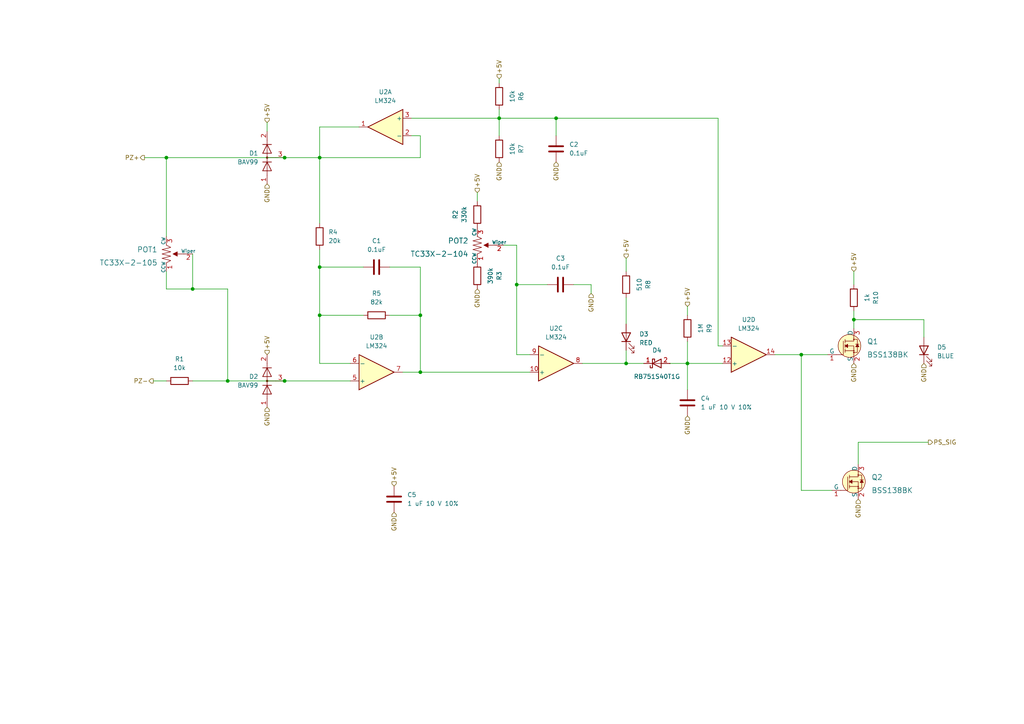
<source format=kicad_sch>
(kicad_sch (version 20211123) (generator eeschema)
  (paper "A4")
  (lib_symbols
    (symbol "Amplifier_Operational:LM324" (pin_names (offset 0.127))
      (property "Reference" "U" (at 0 5.08 0))
      (property "Value" "LM324" (at 0 -5.08 0))
      (symbol "LM324_1_1"
        (polyline (pts (xy -5.08 5.08) (xy 5.08 0) (xy -5.08 -5.08) (xy -5.08 5.08)) (stroke (width 0.254)) (fill (type background)))
        (pin output line (at 7.62 0 180) (length 2.54) (name "~") (number "1"))
        (pin input line (at -7.62 -2.54 0) (length 2.54) (name "-") (number "2"))
        (pin input line (at -7.62 2.54 0) (length 2.54) (name "+") (number "3"))
      )
      (symbol "LM324_2_1"
        (polyline (pts (xy -5.08 5.08) (xy 5.08 0) (xy -5.08 -5.08) (xy -5.08 5.08)) (stroke (width 0.254)) (fill (type background)))
        (pin input line (at -7.62 2.54 0) (length 2.54) (name "+") (number "5"))
        (pin input line (at -7.62 -2.54 0) (length 2.54) (name "-") (number "6"))
        (pin output line (at 7.62 0 180) (length 2.54) (name "~") (number "7"))
      )
      (symbol "LM324_3_1"
        (polyline (pts (xy -5.08 5.08) (xy 5.08 0) (xy -5.08 -5.08) (xy -5.08 5.08)) (stroke (width 0.254)) (fill (type background)))
        (pin input line (at -7.62 2.54 0) (length 2.54) (name "+") (number "10"))
        (pin output line (at 7.62 0 180) (length 2.54) (name "~") (number "8"))
        (pin input line (at -7.62 -2.54 0) (length 2.54) (name "-") (number "9"))
      )
      (symbol "LM324_4_1"
        (polyline (pts (xy -5.08 5.08) (xy 5.08 0) (xy -5.08 -5.08) (xy -5.08 5.08)) (stroke (width 0.254)) (fill (type background)))
        (pin input line (at -7.62 2.54 0) (length 2.54) (name "+") (number "12"))
        (pin input line (at -7.62 -2.54 0) (length 2.54) (name "-") (number "13"))
        (pin output line (at 7.62 0 180) (length 2.54) (name "~") (number "14"))
      )
      (symbol "LM324_5_1"
        (pin power_in line (at -2.54 -7.62 90) (length 3.81) (name "V-") (number "11"))
        (pin power_in line (at -2.54 7.62 270) (length 3.81) (name "V+") (number "4"))
      )
    )
    (symbol "Device:C" (pin_numbers hide) (pin_names (offset 0.254))
      (property "Reference" "C" (at 0.635 2.54 0))
      (property "Value" "C" (at 0.635 -2.54 0))
      (symbol "C_0_1"
        (polyline (pts (xy -2.032 -0.762) (xy 2.032 -0.762)) (stroke (width 0.508)))
        (polyline (pts (xy -2.032 0.762) (xy 2.032 0.762)) (stroke (width 0.508)))
      )
      (symbol "C_1_1"
        (pin passive line (at 0 3.81 270) (length 2.794) (name "~") (number "1"))
        (pin passive line (at 0 -3.81 90) (length 2.794) (name "~") (number "2"))
      )
    )
    (symbol "Device:LED" (pin_numbers hide) (pin_names (offset 1.016) hide)
      (property "Reference" "D" (at 0 2.54 0))
      (property "Value" "LED" (at 0 -2.54 0))
      (symbol "LED_0_1"
        (polyline (pts (xy -1.27 -1.27) (xy -1.27 1.27)) (stroke (width 0.254)))
        (polyline (pts (xy -1.27 0) (xy 1.27 0)))
        (polyline (pts (xy 1.27 -1.27) (xy 1.27 1.27) (xy -1.27 0) (xy 1.27 -1.27)) (stroke (width 0.254)))
        (polyline (pts (xy -3.048 -0.762) (xy -4.572 -2.286) (xy -3.81 -2.286) (xy -4.572 -2.286) (xy -4.572 -1.524)))
        (polyline (pts (xy -1.778 -0.762) (xy -3.302 -2.286) (xy -2.54 -2.286) (xy -3.302 -2.286) (xy -3.302 -1.524)))
      )
      (symbol "LED_1_1"
        (pin passive line (at -3.81 0 0) (length 2.54) (name "K") (number "1"))
        (pin passive line (at 3.81 0 180) (length 2.54) (name "A") (number "2"))
      )
    )
    (symbol "Device:R" (pin_numbers hide) (pin_names (offset 0))
      (property "Reference" "R" (at 2.032 0 90))
      (property "Value" "R" (at 0 0 90))
      (symbol "R_0_1"
        (rectangle (start -1.016 -2.54) (end 1.016 2.54) (stroke (width 0.254)))
      )
      (symbol "R_1_1"
        (pin passive line (at 0 3.81 270) (length 1.27) (name "~") (number "1"))
        (pin passive line (at 0 -3.81 90) (length 1.27) (name "~") (number "2"))
      )
    )
    (symbol "Diode:BAV99" (pin_names hide)
      (property "Reference" "D" (at 0 5.08 0))
      (property "Value" "BAV99" (at 0 2.54 0))
      (symbol "BAV99_0_1"
        (polyline (pts (xy -5.08 0) (xy 5.08 0)))
      )
      (symbol "BAV99_1_1"
        (polyline (pts (xy 0 0) (xy 0 -2.54)))
        (polyline (pts (xy -1.27 -1.27) (xy -1.27 1.27) (xy -1.27 1.27)) (stroke (width 0.2032)))
        (polyline (pts (xy 3.81 1.27) (xy 3.81 -1.27) (xy 3.81 -1.27)) (stroke (width 0.2032)))
        (polyline (pts (xy -3.81 1.27) (xy -1.27 0) (xy -3.81 -1.27) (xy -3.81 1.27) (xy -3.81 1.27) (xy -3.81 1.27)) (stroke (width 0.2032)))
        (polyline (pts (xy 1.27 1.27) (xy 3.81 0) (xy 1.27 -1.27) (xy 1.27 1.27) (xy 1.27 1.27) (xy 1.27 1.27)) (stroke (width 0.2032)))
        (circle (center 0 0) (radius 0.254) (fill (type outline)))
        (pin passive line (at -7.62 0 0) (length 2.54) (name "K") (number "1"))
        (pin passive line (at 7.62 0 180) (length 2.54) (name "A") (number "2"))
        (pin passive line (at 0 -5.08 90) (length 2.54) (name "K") (number "3"))
      )
    )
    (symbol "symbols:BSS138BK" (pin_names (offset 0))
      (property "Reference" "Q" (at -2.6924 3.6322 0))
      (property "Value" "BSS138BK" (at 3.4544 0 90))
      (symbol "BSS138BK_0_1"
        (circle (center -1.27 0) (radius 3.302) (fill (type background)))
        (circle (center 0 -1.905) (radius 0.127))
        (circle (center 0 -1.397) (radius 0.127))
        (polyline (pts (xy 0 -1.397) (xy -2.54 -1.397)))
        (polyline (pts (xy -5.08 -2.54) (xy -3.048 -2.54) (xy -3.048 1.397)))
        (polyline (pts (xy 0 -2.54) (xy 0 0) (xy -2.54 0)))
        (polyline (pts (xy 0 2.54) (xy 0 1.397) (xy -2.54 1.397)))
        (polyline (pts (xy -0.127 -1.905) (xy 1.016 -1.905) (xy 1.016 1.397) (xy 1.016 1.905) (xy -0.127 1.905)))
        (circle (center 0 1.905) (radius 0.127))
      )
      (symbol "BSS138BK_1_1"
        (polyline (pts (xy -2.54 -1.397) (xy -2.54 -1.905)))
        (polyline (pts (xy -2.54 -1.397) (xy -2.54 -0.889)))
        (polyline (pts (xy -2.54 0) (xy -2.54 -0.508)))
        (polyline (pts (xy -2.54 0) (xy -2.54 0.508)))
        (polyline (pts (xy -2.54 1.905) (xy -2.54 0.889)))
        (polyline (pts (xy 1.524 0.508) (xy 0.508 0.508)))
        (polyline (pts (xy -2.54 0) (xy -1.778 0.508) (xy -1.778 -0.508) (xy -2.54 0)) (fill (type outline)))
        (polyline (pts (xy 1.016 0.508) (xy 0.508 -0.254) (xy 1.524 -0.254) (xy 1.016 0.508)) (fill (type outline)))
        (pin input line (at -7.62 -2.54 0) (length 2.54) (name "G") (number "1"))
        (pin passive line (at 0 -5.08 90) (length 2.54) (name "S") (number "2"))
        (pin passive line (at 0 5.08 270) (length 2.54) (name "D") (number "3"))
      )
    )
    (symbol "symbols:RB751S40T1G" (pin_names (offset 1.016) hide)
      (property "Reference" "D" (at 0 2.54 0))
      (property "Value" "RB751S40T1G" (at 0 -2.54 0))
      (symbol "RB751S40T1G_0_1"
        (polyline (pts (xy 1.27 0) (xy -1.27 0)))
        (polyline (pts (xy 1.27 1.27) (xy 1.27 -1.27) (xy -1.27 0) (xy 1.27 1.27)) (stroke (width 0.254)))
        (polyline (pts (xy -1.905 0.635) (xy -1.905 1.27) (xy -1.27 1.27) (xy -1.27 -1.27) (xy -0.635 -1.27) (xy -0.635 -0.635)) (stroke (width 0.254)))
        (circle (center 3.81 0) (radius 0.0001) (stroke (width 0.1524)))
      )
      (symbol "RB751S40T1G_1_1"
        (pin passive line (at -3.81 0 0) (length 2.54) (name "K") (number "1"))
        (pin passive line (at 3.81 0 180) (length 2.54) (name "A") (number "2"))
      )
    )
    (symbol "symbols:TC33X-2-104" (pin_names (offset 0))
      (property "Reference" "POT" (at -5.334 4.318 0))
      (property "Value" "TC33X-2-104" (at 0.254 -2.794 0))
      (symbol "TC33X-2-104_0_1"
        (polyline (pts (xy 0 5.08) (xy 0 3.175)))
        (polyline (pts (xy -0.635 3.175) (xy 0.635 3.175) (xy 0 1.905) (xy -0.635 3.175)) (fill (type outline)))
        (polyline (pts (xy -2.54 0) (xy -1.905 1.27) (xy -1.27 -1.27) (xy -0.635 1.27) (xy 0 -1.27) (xy 0.635 1.27) (xy 1.27 -1.27) (xy 1.905 1.27) (xy 2.54 0)))
      )
      (symbol "TC33X-2-104_1_1"
        (pin passive line (at -5.08 0 0) (length 2.54) (name "CCW") (number "1"))
        (pin passive line (at 0 7.62 270) (length 2.54) (name "Wiper") (number "2"))
        (pin passive line (at 5.08 0 180) (length 2.54) (name "CW") (number "3"))
      )
    )
    (symbol "symbols:TC33X-2-105" (pin_names (offset 0))
      (property "Reference" "POT" (at -5.334 4.318 0))
      (property "Value" "TC33X-2-105" (at 0.254 -2.794 0))
      (symbol "TC33X-2-105_0_1"
        (polyline (pts (xy 0 5.08) (xy 0 3.175)))
        (polyline (pts (xy -0.635 3.175) (xy 0.635 3.175) (xy 0 1.905) (xy -0.635 3.175)) (fill (type outline)))
        (polyline (pts (xy -2.54 0) (xy -1.905 1.27) (xy -1.27 -1.27) (xy -0.635 1.27) (xy 0 -1.27) (xy 0.635 1.27) (xy 1.27 -1.27) (xy 1.905 1.27) (xy 2.54 0)))
      )
      (symbol "TC33X-2-105_1_1"
        (pin passive line (at -5.08 0 0) (length 2.54) (name "CCW") (number "1"))
        (pin passive line (at 0 7.62 270) (length 2.54) (name "Wiper") (number "2"))
        (pin passive line (at 5.08 0 180) (length 2.54) (name "CW") (number "3"))
      )
    )
  )
  (junction (at 55.88 83.82))
  (junction (at 199.39 105.41))
  (junction (at 121.92 91.44))
  (junction (at 149.86 82.55))
  (junction (at 82.55 110.49))
  (junction (at 247.65 92.71))
  (junction (at 92.71 45.72))
  (junction (at 181.61 105.41))
  (junction (at 232.41 102.87))
  (junction (at 48.26 45.72))
  (junction (at 161.29 34.29))
  (junction (at 92.71 77.47))
  (junction (at 92.71 91.44))
  (junction (at 144.78 34.29))
  (junction (at 82.55 45.72))
  (junction (at 121.92 107.95))
  (junction (at 66.04 110.49))
  (wire (pts (xy 92.71 77.47) (xy 92.71 91.44)))
  (wire (pts (xy 48.26 83.82) (xy 55.88 83.82)))
  (wire (pts (xy 121.92 107.95) (xy 153.67 107.95)))
  (wire (pts (xy 247.65 90.17) (xy 247.65 92.71)))
  (wire (pts (xy 92.71 77.47) (xy 105.41 77.47)))
  (wire (pts (xy 181.61 105.41) (xy 181.61 101.6)))
  (wire (pts (xy 144.78 31.75) (xy 144.78 34.29)))
  (wire (pts (xy 161.29 34.29) (xy 161.29 39.37)))
  (wire (pts (xy 181.61 105.41) (xy 186.69 105.41)))
  (wire (pts (xy 168.91 105.41) (xy 181.61 105.41)))
  (wire (pts (xy 121.92 45.72) (xy 121.92 39.37)))
  (wire (pts (xy 55.88 83.82) (xy 66.04 83.82)))
  (wire (pts (xy 66.04 110.49) (xy 82.55 110.49)))
  (wire (pts (xy 104.14 36.83) (xy 92.71 36.83)))
  (wire (pts (xy 199.39 105.41) (xy 199.39 99.06)))
  (wire (pts (xy 121.92 107.95) (xy 121.92 91.44)))
  (wire (pts (xy 149.86 71.12) (xy 149.86 82.55)))
  (wire (pts (xy 116.84 107.95) (xy 121.92 107.95)))
  (wire (pts (xy 44.45 110.49) (xy 48.26 110.49)))
  (wire (pts (xy 232.41 102.87) (xy 232.41 142.24)))
  (wire (pts (xy 248.92 128.27) (xy 269.24 128.27)))
  (wire (pts (xy 181.61 74.93) (xy 181.61 78.74)))
  (wire (pts (xy 92.71 105.41) (xy 101.6 105.41)))
  (wire (pts (xy 92.71 72.39) (xy 92.71 77.47)))
  (wire (pts (xy 55.88 110.49) (xy 66.04 110.49)))
  (wire (pts (xy 119.38 34.29) (xy 144.78 34.29)))
  (wire (pts (xy 92.71 36.83) (xy 92.71 45.72)))
  (wire (pts (xy 144.78 22.86) (xy 144.78 24.13)))
  (wire (pts (xy 82.55 110.49) (xy 101.6 110.49)))
  (wire (pts (xy 77.47 35.56) (xy 77.47 38.1)))
  (wire (pts (xy 240.03 102.87) (xy 232.41 102.87)))
  (wire (pts (xy 232.41 142.24) (xy 241.3 142.24)))
  (wire (pts (xy 209.55 100.33) (xy 208.28 100.33)))
  (wire (pts (xy 247.65 92.71) (xy 267.97 92.71)))
  (wire (pts (xy 166.37 82.55) (xy 171.45 82.55)))
  (wire (pts (xy 113.03 77.47) (xy 121.92 77.47)))
  (wire (pts (xy 48.26 78.74) (xy 48.26 83.82)))
  (wire (pts (xy 121.92 77.47) (xy 121.92 91.44)))
  (wire (pts (xy 149.86 102.87) (xy 149.86 82.55)))
  (wire (pts (xy 153.67 102.87) (xy 149.86 102.87)))
  (wire (pts (xy 149.86 82.55) (xy 158.75 82.55)))
  (wire (pts (xy 208.28 34.29) (xy 161.29 34.29)))
  (wire (pts (xy 119.38 39.37) (xy 121.92 39.37)))
  (wire (pts (xy 199.39 105.41) (xy 199.39 113.03)))
  (wire (pts (xy 48.26 45.72) (xy 48.26 68.58)))
  (wire (pts (xy 208.28 100.33) (xy 208.28 34.29)))
  (wire (pts (xy 247.65 78.74) (xy 247.65 82.55)))
  (wire (pts (xy 144.78 34.29) (xy 161.29 34.29)))
  (wire (pts (xy 181.61 86.36) (xy 181.61 93.98)))
  (wire (pts (xy 146.05 71.12) (xy 149.86 71.12)))
  (wire (pts (xy 209.55 105.41) (xy 199.39 105.41)))
  (wire (pts (xy 121.92 91.44) (xy 113.03 91.44)))
  (wire (pts (xy 267.97 97.79) (xy 267.97 92.71)))
  (wire (pts (xy 82.55 45.72) (xy 92.71 45.72)))
  (wire (pts (xy 41.91 45.72) (xy 48.26 45.72)))
  (wire (pts (xy 171.45 82.55) (xy 171.45 85.09)))
  (wire (pts (xy 194.31 105.41) (xy 199.39 105.41)))
  (wire (pts (xy 199.39 88.9) (xy 199.39 91.44)))
  (wire (pts (xy 247.65 92.71) (xy 247.65 95.25)))
  (wire (pts (xy 138.43 58.42) (xy 138.43 55.88)))
  (wire (pts (xy 66.04 110.49) (xy 66.04 83.82)))
  (wire (pts (xy 55.88 73.66) (xy 55.88 83.82)))
  (wire (pts (xy 48.26 45.72) (xy 82.55 45.72)))
  (wire (pts (xy 92.71 91.44) (xy 105.41 91.44)))
  (wire (pts (xy 144.78 34.29) (xy 144.78 39.37)))
  (wire (pts (xy 92.71 45.72) (xy 92.71 64.77)))
  (wire (pts (xy 92.71 45.72) (xy 121.92 45.72)))
  (wire (pts (xy 224.79 102.87) (xy 232.41 102.87)))
  (wire (pts (xy 92.71 91.44) (xy 92.71 105.41)))
  (wire (pts (xy 248.92 128.27) (xy 248.92 134.62)))
  (hierarchical_label "GND" (shape input) (at 171.45 85.09 270))
  (hierarchical_label "GND" (shape input) (at 247.65 105.41 270))
  (hierarchical_label "PZ-" (shape output) (at 44.45 110.49 180))
  (hierarchical_label "GND" (shape input) (at 77.47 53.34 270))
  (hierarchical_label "GND" (shape input) (at 144.78 46.99 270))
  (hierarchical_label "+5V" (shape input) (at 77.47 35.56 90))
  (hierarchical_label "GND" (shape input) (at 138.43 83.82 270))
  (hierarchical_label "GND" (shape input) (at 77.47 118.11 270))
  (hierarchical_label "GND" (shape input) (at 267.97 105.41 270))
  (hierarchical_label "GND" (shape input) (at 199.39 120.65 270))
  (hierarchical_label "+5V" (shape input) (at 144.78 22.86 90))
  (hierarchical_label "+5V" (shape input) (at 138.43 55.88 90))
  (hierarchical_label "+5V" (shape input) (at 199.39 88.9 90))
  (hierarchical_label "+5V" (shape input) (at 114.3 140.97 90))
  (hierarchical_label "GND" (shape input) (at 248.92 144.78 270))
  (hierarchical_label "GND" (shape input) (at 114.3 148.59 270))
  (hierarchical_label "GND" (shape input) (at 161.29 46.99 270))
  (hierarchical_label "PS_SIG" (shape output) (at 269.24 128.27 0))
  (hierarchical_label "+5V" (shape input) (at 77.47 102.87 90))
  (hierarchical_label "+5V" (shape input) (at 247.65 78.74 90))
  (hierarchical_label "PZ+" (shape output) (at 41.91 45.72 180))
  (hierarchical_label "+5V" (shape input) (at 181.61 74.93 90))
  (symbol (lib_id "symbols:BSS138BK") (at 247.65 100.33 0) (unit 1)
    (property "Reference" "Q1" (at 251.46 99.06 0) (effects (font (size 1.524 1.524)) (justify left)))
    (property "Value" "BSS138BK" (at 251.46 102.87 0) (effects (font (size 1.524 1.524)) (justify left)))
    (property "Footprint" "digikey-footprints:SOT-23-3" (effects hide))
    (property "Datasheet" "https://www.onsemi.com/pub/Collateral/BSS138-D.PDF" (effects hide))
    (property "Digi-Key_PN" "BSS138CT-ND" (effects hide))
    (property "MPN" "BSS138" (effects hide))
    (property "Category" "Discrete Semiconductor Products" (effects hide))
    (property "Family" "Transistors - FETs, MOSFETs - Single" (effects hide))
    (property "DK_Datasheet_Link" "https://www.onsemi.com/pub/Collateral/BSS138-D.PDF" (effects hide))
    (property "DK_Detail_Page" "/product-detail/en/on-semiconductor/BSS138/BSS138CT-ND/244294" (effects hide))
    (property "Description" "MOSFET N-CH 50V 220MA SOT-23" (effects hide))
    (property "Manufacturer" "ON Semiconductor" (effects hide))
    (property "Status" "Active" (effects hide))
  )
  (symbol (lib_id "Device:LED") (at 181.61 97.79 90) (unit 1)
    (property "Reference" "D3" (at 185.42 96.9008 90) (effects (justify right)))
    (property "Value" "RED" (at 185.42 99.4408 90) (effects (justify right)))
    (property "Footprint" "Diode_SMD:D_0805_2012Metric" (effects hide))
  )
  (symbol (lib_id "Device:C") (at 161.29 43.18 180) (unit 1)
    (property "Reference" "C2" (at 165.1 41.9099 0) (effects (justify right)))
    (property "Value" "0.1uF" (at 165.1 44.4499 0) (effects (justify right)))
    (property "Footprint" "Capacitor_SMD:C_0603_1608Metric" (effects hide))
  )
  (symbol (lib_id "Device:C") (at 109.22 77.47 90) (unit 1)
    (property "Reference" "C1" (at 109.22 69.85 90))
    (property "Value" "0.1uF" (at 109.22 72.39 90))
    (property "Footprint" "Capacitor_SMD:C_0603_1608Metric" (effects hide))
  )
  (symbol (lib_id "Device:C") (at 162.56 82.55 90) (unit 1)
    (property "Reference" "C3" (at 162.56 74.93 90))
    (property "Value" "0.1uF" (at 162.56 77.47 90))
    (property "Footprint" "Capacitor_SMD:C_0603_1608Metric" (effects hide))
  )
  (symbol (lib_id "Amplifier_Operational:LM324") (at 109.22 107.95 0) (mirror x) (unit 2)
    (property "Reference" "U2" (at 109.22 97.79 0))
    (property "Value" "LM324" (at 109.22 100.33 0))
    (property "Footprint" "Package_SO:SOIC-14_3.9x8.7mm_P1.27mm" (effects hide))
    (property "Datasheet" "http://www.ti.com/lit/ds/symlink/lm2902-n.pdf" (effects hide))
  )
  (symbol (lib_id "Device:C") (at 114.3 144.78 180) (unit 1)
    (property "Reference" "C5" (at 118.11 143.5099 0) (effects (justify right)))
    (property "Value" "1 uF 10 V 10%" (at 118.11 146.0499 0) (effects (justify right)))
    (property "Footprint" "Capacitor_SMD:C_0603_1608Metric" (effects hide))
  )
  (symbol (lib_id "Device:R") (at 138.43 62.23 180) (unit 1)
    (property "Reference" "R2" (at 132.08 62.23 90))
    (property "Value" "330k" (at 134.62 62.23 90))
    (property "Footprint" "Resistor_SMD:R_0603_1608Metric" (effects hide))
  )
  (symbol (lib_id "Device:R") (at 52.07 110.49 90) (unit 1)
    (property "Reference" "R1" (at 52.07 104.14 90))
    (property "Value" "10k" (at 52.07 106.68 90))
    (property "Footprint" "Resistor_SMD:R_0603_1608Metric" (effects hide))
  )
  (symbol (lib_id "Device:R") (at 247.65 86.36 0) (unit 1)
    (property "Reference" "R10" (at 254 86.36 90))
    (property "Value" "1k" (at 251.46 86.36 90))
    (property "Footprint" "Resistor_SMD:R_0603_1608Metric" (effects hide))
  )
  (symbol (lib_id "Amplifier_Operational:LM324") (at 111.76 36.83 0) (mirror y) (unit 1)
    (property "Reference" "U2" (at 111.76 26.67 0))
    (property "Value" "LM324" (at 111.76 29.21 0))
    (property "Footprint" "Package_SO:SOIC-14_3.9x8.7mm_P1.27mm" (effects hide))
    (property "Datasheet" "http://www.ti.com/lit/ds/symlink/lm2902-n.pdf" (effects hide))
  )
  (symbol (lib_id "symbols:TC33X-2-105") (at 48.26 73.66 270) (mirror x) (unit 1)
    (property "Reference" "POT1" (at 45.72 72.39 90) (effects (font (size 1.524 1.524)) (justify right)))
    (property "Value" "TC33X-2-105" (at 45.72 76.2 90) (effects (font (size 1.524 1.524)) (justify right)))
    (property "Footprint" "digikey-footprints:Trimpot_3.8mmx3.6mm_TC33X-2-103E" (effects hide))
    (property "Datasheet" "https://www.bourns.com/docs/Product-Datasheets/TC33.pdf" (effects hide))
    (property "MPN" "TC33X-2-105" (effects hide))
    (property "Category" "Potentiometers, Variable Resistors" (effects hide))
    (property "Family" "Trimmer Potentiometers" (effects hide))
    (property "Description" "Variable Resistor 1M" (effects hide))
    (property "Manufacturer" "Bourns Inc." (effects hide))
    (property "Status" "Active" (effects hide))
  )
  (symbol (lib_id "Device:LED") (at 267.97 101.6 90) (unit 1)
    (property "Reference" "D5" (at 271.78 100.7108 90) (effects (justify right)))
    (property "Value" "BLUE" (at 271.78 103.2508 90) (effects (justify right)))
    (property "Footprint" "Diode_SMD:D_0805_2012Metric" (effects hide))
  )
  (symbol (lib_id "Amplifier_Operational:LM324") (at 161.29 105.41 0) (mirror x) (unit 3)
    (property "Reference" "U2" (at 161.29 95.25 0))
    (property "Value" "LM324" (at 161.29 97.79 0))
    (property "Footprint" "Package_SO:SOIC-14_3.9x8.7mm_P1.27mm" (effects hide))
    (property "Datasheet" "http://www.ti.com/lit/ds/symlink/lm2902-n.pdf" (effects hide))
  )
  (symbol (lib_id "Device:R") (at 199.39 95.25 0) (unit 1)
    (property "Reference" "R9" (at 205.74 95.25 90))
    (property "Value" "1M" (at 203.2 95.25 90))
    (property "Footprint" "Resistor_SMD:R_0603_1608Metric" (effects hide))
  )
  (symbol (lib_id "Device:R") (at 92.71 68.58 0) (unit 1)
    (property "Reference" "R4" (at 95.25 67.3099 0) (effects (justify left)))
    (property "Value" "20k" (at 95.25 69.8499 0) (effects (justify left)))
    (property "Footprint" "Resistor_SMD:R_0603_1608Metric" (effects hide))
  )
  (symbol (lib_id "symbols:BSS138BK") (at 248.92 139.7 0) (unit 1)
    (property "Reference" "Q2" (at 252.73 138.43 0) (effects (font (size 1.524 1.524)) (justify left)))
    (property "Value" "BSS138BK" (at 252.73 142.24 0) (effects (font (size 1.524 1.524)) (justify left)))
    (property "Footprint" "digikey-footprints:SOT-23-3" (effects hide))
    (property "Datasheet" "https://www.onsemi.com/pub/Collateral/BSS138-D.PDF" (effects hide))
    (property "Digi-Key_PN" "BSS138CT-ND" (effects hide))
    (property "MPN" "BSS138" (effects hide))
    (property "Category" "Discrete Semiconductor Products" (effects hide))
    (property "Family" "Transistors - FETs, MOSFETs - Single" (effects hide))
    (property "DK_Datasheet_Link" "https://www.onsemi.com/pub/Collateral/BSS138-D.PDF" (effects hide))
    (property "DK_Detail_Page" "/product-detail/en/on-semiconductor/BSS138/BSS138CT-ND/244294" (effects hide))
    (property "Description" "MOSFET N-CH 50V 220MA SOT-23" (effects hide))
    (property "Manufacturer" "ON Semiconductor" (effects hide))
    (property "Status" "Active" (effects hide))
  )
  (symbol (lib_id "Device:C") (at 199.39 116.84 180) (unit 1)
    (property "Reference" "C4" (at 203.2 115.5699 0) (effects (justify right)))
    (property "Value" "1 uF 10 V 10%" (at 203.2 118.1099 0) (effects (justify right)))
    (property "Footprint" "Capacitor_SMD:C_0603_1608Metric" (effects hide))
  )
  (symbol (lib_id "Device:R") (at 109.22 91.44 90) (unit 1)
    (property "Reference" "R5" (at 109.22 85.09 90))
    (property "Value" "82k" (at 109.22 87.63 90))
    (property "Footprint" "Resistor_SMD:R_0603_1608Metric" (effects hide))
  )
  (symbol (lib_id "symbols:RB751S40T1G") (at 190.5 105.41 0) (mirror x) (unit 1)
    (property "Reference" "D4" (at 190.5381 101.6 0))
    (property "Value" "RB751S40T1G" (at 190.5381 109.22 0))
    (property "Footprint" "Diode_SMD:D_SOD-523" (effects hide))
    (property "Datasheet" "https://www.onsemi.com/pdf/datasheet/rb751s40t1-d.pdf" (effects hide))
  )
  (symbol (lib_id "symbols:TC33X-2-104") (at 138.43 71.12 270) (mirror x) (unit 1)
    (property "Reference" "POT2" (at 135.89 69.85 90) (effects (font (size 1.524 1.524)) (justify right)))
    (property "Value" "TC33X-2-104" (at 135.89 73.66 90) (effects (font (size 1.524 1.524)) (justify right)))
    (property "Footprint" "digikey-footprints:Trimpot_3.8mmx3.6mm_TC33X-2-103E" (effects hide))
    (property "Datasheet" "https://www.bourns.com/docs/Product-Datasheets/TC33.pdf" (effects hide))
    (property "MPN" "TC33X-2-104" (effects hide))
    (property "Category" "Potentiometers, Variable Resistors" (effects hide))
    (property "Family" "Trimmer Potentiometers" (effects hide))
    (property "Description" "Variable Resistor 100k " (effects hide))
    (property "Manufacturer" "Bourns Inc." (effects hide))
    (property "Status" "Active" (effects hide))
  )
  (symbol (lib_id "Device:R") (at 181.61 82.55 0) (unit 1)
    (property "Reference" "R8" (at 187.96 82.55 90))
    (property "Value" "510" (at 185.42 82.55 90))
    (property "Footprint" "Resistor_SMD:R_0603_1608Metric" (effects hide))
  )
  (symbol (lib_id "Amplifier_Operational:LM324") (at 217.17 102.87 0) (mirror x) (unit 4)
    (property "Reference" "U2" (at 217.17 92.71 0))
    (property "Value" "LM324" (at 217.17 95.25 0))
    (property "Footprint" "Package_SO:SOIC-14_3.9x8.7mm_P1.27mm" (effects hide))
    (property "Datasheet" "http://www.ti.com/lit/ds/symlink/lm2902-n.pdf" (effects hide))
  )
  (symbol (lib_id "Device:R") (at 144.78 43.18 0) (unit 1)
    (property "Reference" "R7" (at 151.13 43.18 90))
    (property "Value" "10k" (at 148.59 43.18 90))
    (property "Footprint" "Resistor_SMD:R_0603_1608Metric" (effects hide))
  )
  (symbol (lib_id "Device:R") (at 138.43 80.01 0) (unit 1)
    (property "Reference" "R3" (at 144.78 80.01 90))
    (property "Value" "390k" (at 142.24 80.01 90))
    (property "Footprint" "Resistor_SMD:R_0603_1608Metric" (effects hide))
  )
  (symbol (lib_id "Device:R") (at 144.78 27.94 0) (unit 1)
    (property "Reference" "R6" (at 151.13 27.94 90))
    (property "Value" "10k" (at 148.59 27.94 90))
    (property "Footprint" "Resistor_SMD:R_0603_1608Metric" (effects hide))
  )
  (symbol (lib_id "Diode:BAV99") (at 77.47 45.72 90) (unit 1)
    (property "Reference" "D1" (at 74.93 44.4499 90) (effects (justify left)))
    (property "Value" "BAV99" (at 74.93 46.9899 90) (effects (justify left)))
    (property "Footprint" "Package_TO_SOT_SMD:SOT-23" (effects hide))
    (property "Datasheet" "https://assets.nexperia.com/documents/data-sheet/BAV99_SER.pdf" (effects hide))
  )
  (symbol (lib_id "Diode:BAV99") (at 77.47 110.49 90) (unit 1)
    (property "Reference" "D2" (at 74.93 109.2199 90) (effects (justify left)))
    (property "Value" "BAV99" (at 74.93 111.7599 90) (effects (justify left)))
    (property "Footprint" "Package_TO_SOT_SMD:SOT-23" (effects hide))
    (property "Datasheet" "https://assets.nexperia.com/documents/data-sheet/BAV99_SER.pdf" (effects hide))
  )
)
</source>
